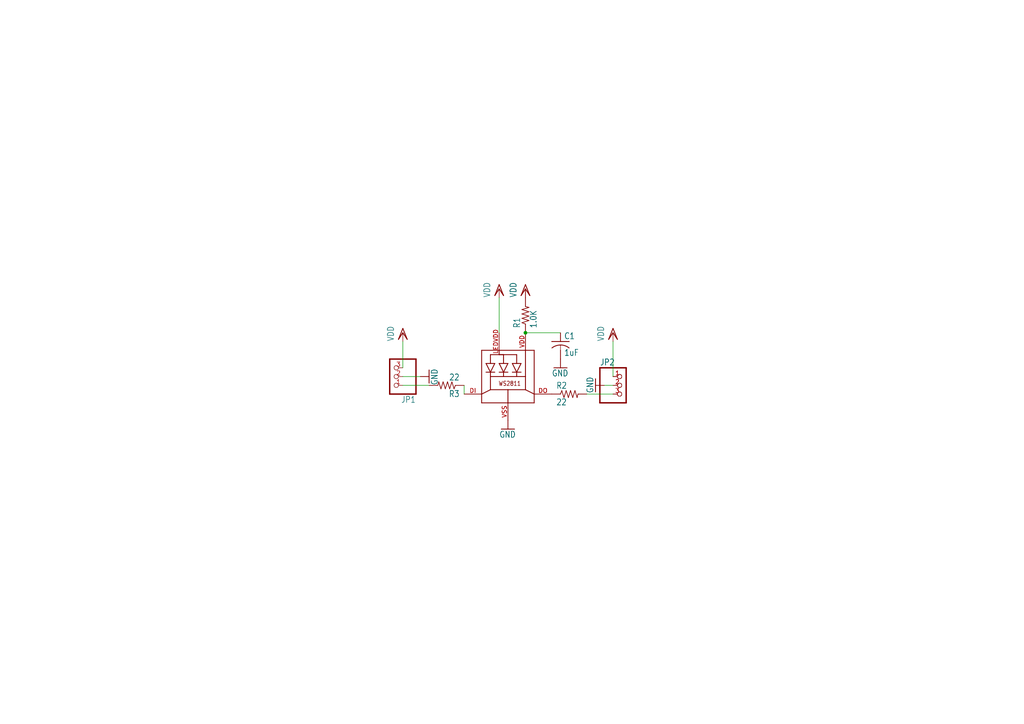
<source format=kicad_sch>
(kicad_sch (version 20230121) (generator eeschema)
  (paper "A4")
  (lib_symbols
    (symbol "working-eagle-import:C-USC0603K"
      (property "Reference" "C" (at 1.016 0.635 0))
      (symbol "C-USC0603K_1_0"
        (arc (start 0 -1.0161) (mid -1.302 -1.2303) (end -2.4668 -1.8504) (stroke (width 0.254)))
        (polyline (pts (xy -2.54 0) (xy 2.54 0)) (stroke (width 0.254)))
        (polyline (pts (xy 0 -1.016) (xy 0 -2.54)) (stroke (width 0.1524)))
        (arc (start 2.4892 -1.8541) (mid 1.3158 -1.2194) (end 0 -1) (stroke (width 0.254)))
        (pin passive line (at 0 2.54 270) (length 2.54) (name "1") (number "1"))
        (pin passive line (at 0 -5.08 90) (length 2.54) (name "2") (number "2"))
      )
    )
    (symbol "working-eagle-import:GND" (power)
      (property "Value" "GND" (at -2.54 -2.54 0))
      (symbol "GND_1_0"
        (polyline (pts (xy -1.905 0) (xy 1.905 0)) (stroke (width 0.254)))
        (pin power_in line (at 0 2.54 270) (length 2.54) (name "GND") (number "1"))
      )
    )
    (symbol "working-eagle-import:PINHD-1X3CB"
      (property "Reference" "JP" (at -6.35 5.715 0))
      (symbol "PINHD-1X3CB_1_0"
        (polyline (pts (xy -6.35 -5.08) (xy 1.27 -5.08)) (stroke (width 0.4064)))
        (polyline (pts (xy -6.35 5.08) (xy -6.35 -5.08)) (stroke (width 0.4064)))
        (polyline (pts (xy 1.27 -5.08) (xy 1.27 5.08)) (stroke (width 0.4064)))
        (polyline (pts (xy 1.27 5.08) (xy -6.35 5.08)) (stroke (width 0.4064)))
        (pin passive inverted (at -2.54 2.54 0) (length 2.54) (name "1") (number "1"))
        (pin passive inverted (at -2.54 0 0) (length 2.54) (name "2") (number "2"))
        (pin passive inverted (at -2.54 -2.54 0) (length 2.54) (name "3") (number "3"))
      )
    )
    (symbol "working-eagle-import:R-US_R0603"
      (property "Reference" "R" (at -3.81 1.4986 0))
      (symbol "R-US_R0603_1_0"
        (polyline (pts (xy -2.54 0) (xy -2.159 1.016)) (stroke (width 0.2032)))
        (polyline (pts (xy -2.159 1.016) (xy -1.524 -1.016)) (stroke (width 0.2032)))
        (polyline (pts (xy -1.524 -1.016) (xy -0.889 1.016)) (stroke (width 0.2032)))
        (polyline (pts (xy -0.889 1.016) (xy -0.254 -1.016)) (stroke (width 0.2032)))
        (polyline (pts (xy -0.254 -1.016) (xy 0.381 1.016)) (stroke (width 0.2032)))
        (polyline (pts (xy 0.381 1.016) (xy 1.016 -1.016)) (stroke (width 0.2032)))
        (polyline (pts (xy 1.016 -1.016) (xy 1.651 1.016)) (stroke (width 0.2032)))
        (polyline (pts (xy 1.651 1.016) (xy 2.286 -1.016)) (stroke (width 0.2032)))
        (polyline (pts (xy 2.286 -1.016) (xy 2.54 0)) (stroke (width 0.2032)))
        (pin passive line (at -5.08 0 0) (length 2.54) (name "1") (number "1"))
        (pin passive line (at 5.08 0 180) (length 2.54) (name "2") (number "2"))
      )
    )
    (symbol "working-eagle-import:VDD" (power)
      (property "Value" "VDD" (at -2.54 -2.54 90))
      (symbol "VDD_1_0"
        (polyline (pts (xy 0 0) (xy -1.27 -1.905)) (stroke (width 0.254)))
        (polyline (pts (xy 0 1.27) (xy -1.27 -1.905)) (stroke (width 0.254)))
        (polyline (pts (xy 1.27 -1.905) (xy 0 0)) (stroke (width 0.254)))
        (polyline (pts (xy 1.27 -1.905) (xy 0 1.27)) (stroke (width 0.254)))
        (pin power_in line (at 0 -2.54 90) (length 2.54) (name "VDD") (number "1"))
      )
    )
    (symbol "working-eagle-import:WS28115050"
      (symbol "WS28115050_1_0"
        (polyline (pts (xy -7.62 -5.08) (xy 0 -5.08)) (stroke (width 0.254)))
        (polyline (pts (xy -7.62 -2.54) (xy -7.62 -5.08)) (stroke (width 0.254)))
        (polyline (pts (xy -7.62 10.16) (xy -7.62 -2.54)) (stroke (width 0.254)))
        (polyline (pts (xy -6.35 3.81) (xy -5.08 3.81)) (stroke (width 0.254)))
        (polyline (pts (xy -6.35 6.35) (xy -5.08 6.35)) (stroke (width 0.254)))
        (polyline (pts (xy -5.08 -1.27) (xy -7.62 -2.54)) (stroke (width 0.254)))
        (polyline (pts (xy -5.08 -1.27) (xy 0 -1.27)) (stroke (width 0.254)))
        (polyline (pts (xy -5.08 2.54) (xy -5.08 -1.27)) (stroke (width 0.254)))
        (polyline (pts (xy -5.08 3.81) (xy -6.35 6.35)) (stroke (width 0.254)))
        (polyline (pts (xy -5.08 3.81) (xy -5.08 2.54)) (stroke (width 0.254)))
        (polyline (pts (xy -5.08 3.81) (xy -3.81 6.35)) (stroke (width 0.254)))
        (polyline (pts (xy -5.08 6.35) (xy -3.81 6.35)) (stroke (width 0.254)))
        (polyline (pts (xy -5.08 8.89) (xy -5.08 6.35)) (stroke (width 0.254)))
        (polyline (pts (xy -3.81 3.81) (xy -5.08 3.81)) (stroke (width 0.254)))
        (polyline (pts (xy -2.54 3.81) (xy -1.27 3.81)) (stroke (width 0.254)))
        (polyline (pts (xy -2.54 6.35) (xy 0 6.35)) (stroke (width 0.254)))
        (polyline (pts (xy -2.54 8.89) (xy -5.08 8.89)) (stroke (width 0.254)))
        (polyline (pts (xy -2.54 10.16) (xy -7.62 10.16)) (stroke (width 0.254)))
        (polyline (pts (xy -2.54 10.16) (xy -2.54 8.89)) (stroke (width 0.254)))
        (polyline (pts (xy -1.27 2.54) (xy -5.08 2.54)) (stroke (width 0.254)))
        (polyline (pts (xy -1.27 3.81) (xy -2.54 6.35)) (stroke (width 0.254)))
        (polyline (pts (xy -1.27 3.81) (xy -1.27 2.54)) (stroke (width 0.254)))
        (polyline (pts (xy -1.27 3.81) (xy 0 3.81)) (stroke (width 0.254)))
        (polyline (pts (xy -1.27 6.35) (xy -1.27 8.89)) (stroke (width 0.254)))
        (polyline (pts (xy -1.27 8.89) (xy -2.54 8.89)) (stroke (width 0.254)))
        (polyline (pts (xy 0 -5.08) (xy 7.62 -5.08)) (stroke (width 0.254)))
        (polyline (pts (xy 0 -1.27) (xy 0 -5.08)) (stroke (width 0.254)))
        (polyline (pts (xy 0 -1.27) (xy 5.08 -1.27)) (stroke (width 0.254)))
        (polyline (pts (xy 0 6.35) (xy -1.27 3.81)) (stroke (width 0.254)))
        (polyline (pts (xy 1.27 6.35) (xy 2.54 3.81)) (stroke (width 0.254)))
        (polyline (pts (xy 1.27 6.35) (xy 2.54 6.35)) (stroke (width 0.254)))
        (polyline (pts (xy 2.54 2.54) (xy -1.27 2.54)) (stroke (width 0.254)))
        (polyline (pts (xy 2.54 3.81) (xy 1.27 3.81)) (stroke (width 0.254)))
        (polyline (pts (xy 2.54 3.81) (xy 2.54 2.54)) (stroke (width 0.254)))
        (polyline (pts (xy 2.54 3.81) (xy 3.81 3.81)) (stroke (width 0.254)))
        (polyline (pts (xy 2.54 3.81) (xy 3.81 6.35)) (stroke (width 0.254)))
        (polyline (pts (xy 2.54 6.35) (xy 2.54 8.89)) (stroke (width 0.254)))
        (polyline (pts (xy 2.54 8.89) (xy -2.54 8.89)) (stroke (width 0.254)))
        (polyline (pts (xy 3.81 6.35) (xy 2.54 6.35)) (stroke (width 0.254)))
        (polyline (pts (xy 5.08 -1.27) (xy 5.08 2.54)) (stroke (width 0.254)))
        (polyline (pts (xy 5.08 -1.27) (xy 7.62 -2.54)) (stroke (width 0.254)))
        (polyline (pts (xy 5.08 2.54) (xy 2.54 2.54)) (stroke (width 0.254)))
        (polyline (pts (xy 5.08 10.16) (xy -2.54 10.16)) (stroke (width 0.254)))
        (polyline (pts (xy 5.08 10.16) (xy 5.08 2.54)) (stroke (width 0.254)))
        (polyline (pts (xy 7.62 -5.08) (xy 7.62 -2.54)) (stroke (width 0.254)))
        (polyline (pts (xy 7.62 -2.54) (xy 7.62 10.16)) (stroke (width 0.254)))
        (polyline (pts (xy 7.62 10.16) (xy 5.08 10.16)) (stroke (width 0.254)))
        (text "WS2811" (at 3.81 1.27 0) (effects (font (size 1.27 1.0795)) (justify right top)))
        (pin input line (at -12.7 -2.54 0) (length 5.08) (name "DI") (number "DI"))
        (pin output line (at 12.7 -2.54 180) (length 5.08) (name "DO") (number "DO"))
        (pin power_in line (at -2.54 15.24 270) (length 5.08) (name "LEDVDD") (number "LEDVDD"))
        (pin power_in line (at 5.08 15.24 270) (length 5.08) (name "VDD") (number "VDD"))
        (pin power_in line (at 0 -10.16 90) (length 5.08) (name "GND") (number "VSS"))
      )
    )
  )
  (junction (at 152.4 96.52))
  (wire (pts (xy 170.18 114.3) (xy 177.8 114.3)) (stroke (width 0.1524)))
  (wire (pts (xy 116.84 111.76) (xy 124.46 111.76)) (stroke (width 0.1524)))
  (wire (pts (xy 134.62 111.76) (xy 134.62 114.3)) (stroke (width 0.1524)))
  (wire (pts (xy 177.8 99.06) (xy 177.8 109.22)) (stroke (width 0.1524)))
  (wire (pts (xy 121.92 109.22) (xy 116.84 109.22)) (stroke (width 0.1524)))
  (wire (pts (xy 175.26 111.76) (xy 177.8 111.76)) (stroke (width 0.1524)))
  (wire (pts (xy 144.78 96.52) (xy 144.78 86.36)) (stroke (width 0.1524)))
  (wire (pts (xy 152.4 96.52) (xy 162.56 96.52)) (stroke (width 0.1524)))
  (wire (pts (xy 116.84 99.06) (xy 116.84 106.68)) (stroke (width 0.1524)))
  (symbol (lib_id "working-eagle-import:PINHD-1X3CB") (at 180.34 111.76 0) (unit 1)
    (property "Reference" "JP2" (at 173.99 106.045 0) (effects (font (size 1.778 1.5113)) (justify left bottom)))
    (property "Value" "PINHD-1X3CB" (effects hide))
    (property "Footprint" "working:1X03-CLEANBIG" (effects hide))
  )
  (symbol (lib_id "working-eagle-import:VDD") (at 116.84 96.52 0) (unit 1)
    (property "Reference" "#VDD3" (effects hide))
    (property "Value" "VDD" (at 114.3 99.06 90) (effects (font (size 1.778 1.5113)) (justify left bottom)))
  )
  (symbol (lib_id "working-eagle-import:GND") (at 162.56 106.68 0) (unit 1)
    (property "Reference" "#GND2" (effects hide))
    (property "Value" "GND" (at 160.02 109.22 0) (effects (font (size 1.778 1.5113)) (justify left bottom)))
  )
  (symbol (lib_id "working-eagle-import:GND") (at 147.32 124.46 0) (unit 1)
    (property "Reference" "#GND1" (effects hide))
    (property "Value" "GND" (at 144.78 127 0) (effects (font (size 1.778 1.5113)) (justify left bottom)))
  )
  (symbol (lib_id "working-eagle-import:R-US_R0603") (at 165.1 114.3 0) (unit 1)
    (property "Reference" "R2" (at 161.29 112.8014 0) (effects (font (size 1.778 1.5113)) (justify left bottom)))
    (property "Value" "22" (at 161.29 117.602 0) (effects (font (size 1.778 1.5113)) (justify left bottom)))
    (property "Footprint" "working:R0603" (effects hide))
  )
  (symbol (lib_id "working-eagle-import:VDD") (at 152.4 83.82 0) (unit 1)
    (property "Reference" "#VDD1" (effects hide))
    (property "Value" "VDD" (at 149.86 86.36 90) (effects (font (size 1.778 1.5113)) (justify left bottom)))
  )
  (symbol (lib_id "working-eagle-import:GND") (at 172.72 111.76 270) (unit 1)
    (property "Reference" "#GND4" (effects hide))
    (property "Value" "GND" (at 170.18 109.22 0) (effects (font (size 1.778 1.5113)) (justify left bottom)))
  )
  (symbol (lib_id "working-eagle-import:VDD") (at 144.78 83.82 0) (unit 1)
    (property "Reference" "#VDD2" (effects hide))
    (property "Value" "VDD" (at 142.24 86.36 90) (effects (font (size 1.778 1.5113)) (justify left bottom)))
  )
  (symbol (lib_id "working-eagle-import:C-USC0603K") (at 162.56 99.06 0) (unit 1)
    (property "Reference" "C1" (at 163.576 98.425 0) (effects (font (size 1.778 1.5113)) (justify left bottom)))
    (property "Value" "1uF" (at 163.576 103.251 0) (effects (font (size 1.778 1.5113)) (justify left bottom)))
    (property "Footprint" "working:C0603K" (effects hide))
  )
  (symbol (lib_id "working-eagle-import:R-US_R0603") (at 152.4 91.44 90) (unit 1)
    (property "Reference" "R1" (at 150.9014 95.25 0) (effects (font (size 1.778 1.5113)) (justify left bottom)))
    (property "Value" "1.0K" (at 155.702 95.25 0) (effects (font (size 1.778 1.5113)) (justify left bottom)))
    (property "Footprint" "working:R0603" (effects hide))
  )
  (symbol (lib_id "working-eagle-import:R-US_R0603") (at 129.54 111.76 180) (unit 1)
    (property "Reference" "R3" (at 133.35 113.2586 0) (effects (font (size 1.778 1.5113)) (justify left bottom)))
    (property "Value" "22" (at 133.35 108.458 0) (effects (font (size 1.778 1.5113)) (justify left bottom)))
    (property "Footprint" "working:R0603" (effects hide))
  )
  (symbol (lib_id "working-eagle-import:GND") (at 124.46 109.22 90) (unit 1)
    (property "Reference" "#GND3" (effects hide))
    (property "Value" "GND" (at 127 111.76 0) (effects (font (size 1.778 1.5113)) (justify left bottom)))
  )
  (symbol (lib_id "working-eagle-import:PINHD-1X3CB") (at 114.3 109.22 180) (unit 1)
    (property "Reference" "JP1" (at 120.65 114.935 0) (effects (font (size 1.778 1.5113)) (justify left bottom)))
    (property "Value" "PINHD-1X3CB" (effects hide))
    (property "Footprint" "working:1X03-CLEANBIG" (effects hide))
  )
  (symbol (lib_id "working-eagle-import:WS28115050") (at 147.32 111.76 0) (unit 1)
    (property "Reference" "LED1" (effects hide))
    (property "Value" "WS28115050" (effects hide))
    (property "Footprint" "working:WS28115050" (effects hide))
  )
  (symbol (lib_id "working-eagle-import:VDD") (at 177.8 96.52 0) (unit 1)
    (property "Reference" "#VDD4" (effects hide))
    (property "Value" "VDD" (at 175.26 99.06 90) (effects (font (size 1.778 1.5113)) (justify left bottom)))
  )
)
</source>
